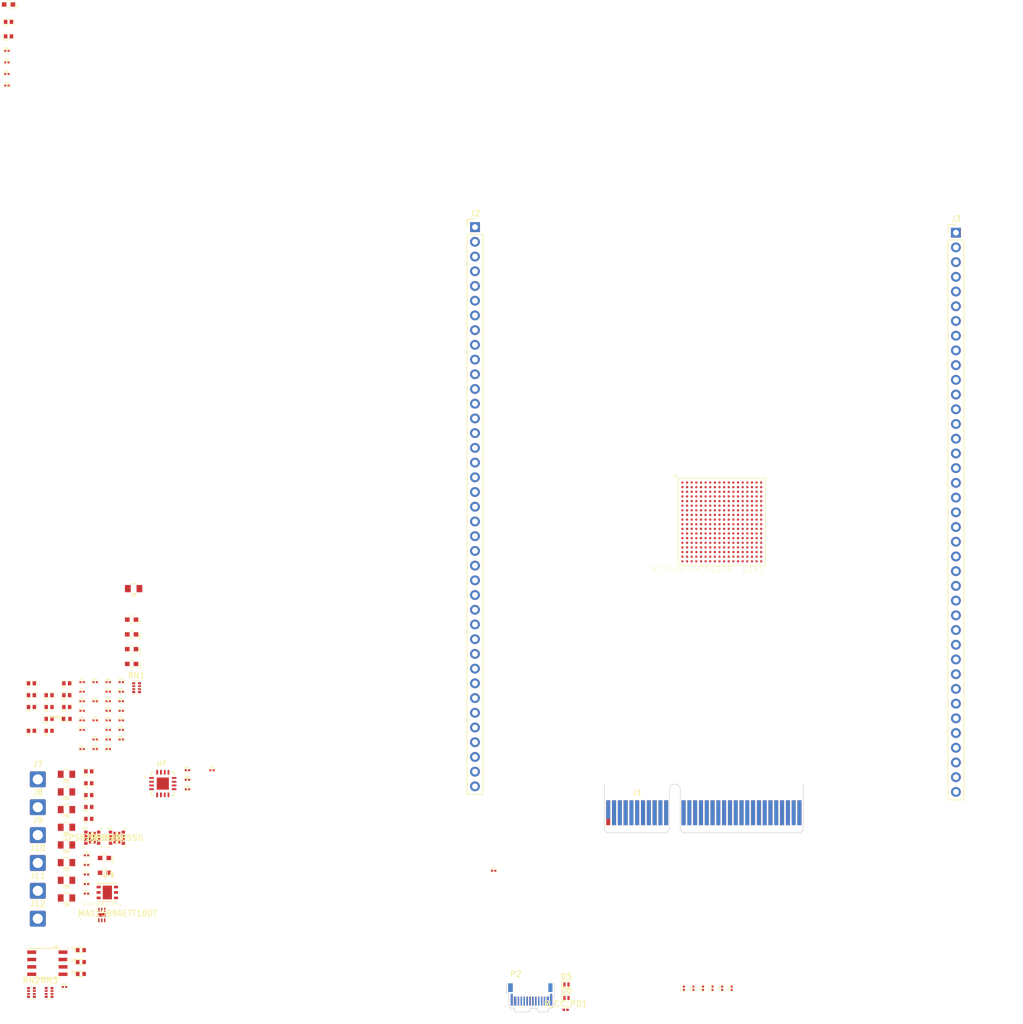
<source format=kicad_pcb>
(kicad_pcb (version 20241229) (generator "pcbnew") (generator_version "9.0")
  (layers (0 "F.Cu" signal) (4 "In1.Cu" signal) (6 "In2.Cu" signal) (2 "B.Cu" signal) (13 "F.Paste" user) (15 "B.Paste" user) (5 "F.SilkS" user "F.Silkscreen") (7 "B.SilkS" user "B.Silkscreen") (1 "F.Mask" user) (3 "B.Mask" user) (25 "Edge.Cuts" user))
  (net 0 "")
  (net 1 "P1V0_MGTAVCC_B")
  (net 2 "GND")
  (net 3 "P1V2_MGTAVTT_B")
  (net 4 "P1V0_VCC_FPGA_B")
  (net 5 "P1V8_FPGA_VCCAUX_B")
  (net 6 "VCC_BANK14_B")
  (net 7 "Net-(U3-VOUT)")
  (net 8 "MGT_REFCLK0_B+")
  (net 9 "Net-(J1-REFCLK+)")
  (net 10 "MGT_REFCLK0_B-")
  (net 11 "Net-(J1-REFCLK-)")
  (net 12 "MGT0_TX_B+")
  (net 13 "Net-(J1-PETp0)")
  (net 14 "MGT0_TX_B-")
  (net 15 "Net-(J1-PETn0)")
  (net 16 "Net-(J1-PETp1)")
  (net 17 "MGT1_TX_B+")
  (net 18 "MGT1_TX_B-")
  (net 19 "Net-(J1-PETn1)")
  (net 20 "Net-(D1-K)")
  (net 21 "BUSY_LED_PU")
  (net 22 "Net-(D2-K)")
  (net 23 "Net-(D2-A)")
  (net 24 "Net-(D3-A)")
  (net 25 "Net-(D3-K)")
  (net 26 "Net-(D4-A)")
  (net 27 "Net-(D4-K)")
  (net 28 "Net-(D5-K)")
  (net 29 "USB_2-")
  (net 30 "Net-(D6-K)")
  (net 31 "USB_2+")
  (net 48 "MGT0_RX_B-")
  (net 58 "MGT1_RX_B-")
  (net 63 "MGT1_RX_B+")
  (net 64 "MGT0_RX_B+")
  (net 66 "DIO_3_P")
  (net 67 "DIO_13_N")
  (net 68 "DIO_3_N")
  (net 69 "DIO_1_N")
  (net 70 "DIO_15_N")
  (net 71 "DIO_9_N")
  (net 72 "DIO_7_N")
  (net 73 "XADC_2_P")
  (net 74 "XADC_3_N")
  (net 75 "DIO_11_P")
  (net 76 "DIO_5_N")
  (net 77 "DIO_15_P")
  (net 78 "DIO_13_P")
  (net 79 "DIO_7_P")
  (net 80 "XADC_2_N")
  (net 81 "DIO_5_P")
  (net 82 "DIO_2_P")
  (net 83 "MRCC_Out_2")
  (net 84 "MRCC_Out_3")
  (net 85 "DIO_1_P")
  (net 86 "DIO_9_P")
  (net 87 "XADC_3_P")
  (net 88 "DIO_2_N")
  (net 89 "DIO_11_N")
  (net 90 "DIO_4_P")
  (net 91 "DIO_14_P")
  (net 92 "GPIO_0")
  (net 93 "GPIO_5")
  (net 94 "XADC_1_P")
  (net 95 "DIO_6_N")
  (net 96 "DIO_12_P")
  (net 97 "GPIO_2")
  (net 98 "DIO_14_N")
  (net 99 "XADC_1_N")
  (net 100 "DIO_8_P")
  (net 101 "DIO_16_P")
  (net 102 "DIO_8_N")
  (net 103 "DIO_10_N")
  (net 104 "GPIO_3")
  (net 105 "MRCC_Out_0")
  (net 106 "XADC_0_P")
  (net 107 "MRCC_Out_1")
  (net 108 "DIO_12_N")
  (net 109 "DIO_6_P")
  (net 110 "DIO_10_P")
  (net 111 "XADC_0_N")
  (net 112 "GPIO_4")
  (net 113 "DIO_16_N")
  (net 114 "GPIO_1")
  (net 115 "DIO_4_N")
  (net 118 "Net-(P2-CC)")
  (net 122 "Net-(U1E1E-MGTRREF_216)")
  (net 123 "Net-(U3-FB)")
  (net 124 "Net-(U6-FB)")
  (net 126 "Net-(RN1-R3.2)")
  (net 127 "Net-(RN1-R2.2)")
  (net 128 "Net-(RN3-R4.2)")
  (net 130 "Net-(RN3-R2.2)")
  (net 131 "Net-(RN3-R3.2)")
  (net 132 "JTAG_TDI_B")
  (net 133 "JTAG_TCK_B")
  (net 134 "FPGA_CCLK_0_B")
  (net 135 "JTAG_TMS_B")
  (net 136 "JTAG_TDO_B")
  (net 137 "Net-(U1B1B-IO_L1P_T0_D00_MOSI_14)")
  (net 138 "Net-(U1B1B-IO_L1N_T0_D01_DIN_14)")
  (footprint "SMT:c_0201_least" (layer "F.Cu") (at 33.95 165.35)
    (property "Reference" "C59")
    (property "Value" "0.1uf")
  )
  (footprint "fp_archive:C_0805" (layer "F.Cu") (at 30.5 169.65)
    (property "Reference" "C65")
    (property "Value" "100uf")
  )
  (footprint "tps82084:TPS82084SILR" (layer "F.Cu") (at 34.951199 162.301199)
    (property "Reference" "U3")
    (property "Value" "TPS82085SIL")
  )
  (footprint "fp_archive:C_0805" (layer "F.Cu") (at 30.5 166.6)
    (property "Reference" "C63")
    (property "Value" "100uf")
  )
  (footprint "Resistor_SMD:R_Array_Convex_4x0402" (layer "F.Cu") (at 24.45 189.01)
    (property "Reference" "RN2")
    (property "Value" "681")
  )
  (footprint "SMT:c_0402" (layer "F.Cu") (at 30.55 139.75)
    (property "Reference" "C36")
    (property "Value" "4.7uf" (hide yes))
  )
  (footprint "SMT:c_0402" (layer "F.Cu") (at 20.5 24)
    (property "Reference" "C11")
    (property "Value" "4.7uf" (hide yes))
  )
  (footprint "fp_archive:C_0603" (layer "F.Cu") (at 41.74 129.76)
    (property "Reference" "C29")
    (property "Value" "47uf")
  )
  (footprint "SMT:c_0201_least" (layer "F.Cu") (at 37.7 142.05)
    (property "Reference" "C40")
    (property "Value" "0.47uf")
  )
  (footprint "fp_archive:C_0805" (layer "F.Cu") (at 30.5 172.7)
    (property "Reference" "C66")
    (property "Value" "100uf")
  )
  (footprint "SMT:c_0201_least" (layer "F.Cu") (at 20.22 32.5)
    (property "Reference" "C23")
    (property "Value" "0.47uf")
  )
  (footprint "SMT:c_0201_least" (layer "F.Cu") (at 20.22 28.5)
    (property "Reference" "C19")
    (property "Value" "0.47uf")
  )
  (footprint "fp_archive:C_0805" (layer "F.Cu") (at 30.5 160.5)
    (property "Reference" "C57")
    (property "Value" "100uf")
  )
  (footprint "SMT:c_0402" (layer "F.Cu") (at 27.5 139.75)
    (property "Reference" "C31")
    (property "Value" "4.7uf" (hide yes))
  )
  (footprint "SMT:c_0201_least" (layer "F.Cu") (at 35.45 147)
    (property "Reference" "C25")
    (property "Value" "0.47uf")
  )
  (footprint "SMT:c_0201_least" (layer "F.Cu") (at 39.95 137.1)
    (property "Reference" "C45")
    (property "Value" "0.47uf")
  )
  (footprint "Diode_SMD:D_SOD-882" (layer "F.Cu") (at 116.7925 187.6175)
    (property "Reference" "D5")
    (property "Value" "PESD5V0S1UL")
  )
  (footprint "fp_archive:C_0603" (layer "F.Cu") (at 41.74 132.31)
    (property "Reference" "C30")
    (property "Value" "47uf")
  )
  (footprint "SMT:c_0201_least" (layer "F.Cu") (at 35.45 142.05)
    (property "Reference" "C22")
    (property "Value" "0.47uf")
  )
  (footprint "fp_archive:C_0805" (layer "F.Cu") (at 30.5 151.35)
    (property "Reference" "C53")
    (property "Value" "100uf")
  )
  (footprint "fp_archive:C_0805" (layer "F.Cu") (at 30.5 154.4)
    (property "Reference" "C54")
    (property "Value" "100uf")
  )
  (footprint "Connector_PinHeader_2.54mm:PinHeader_1x39_P2.54mm_Vertical" (layer "F.Cu") (at 101 56.92)
    (property "Reference" "J2")
    (property "Value" "2.54mm Through-Hole Socket")
  )
  (footprint "SMT:c_0201_least" (layer "F.Cu") (at 37.7 145.35)
    (property "Reference" "C42")
    (property "Value" "0.47uf")
  )
  (footprint "SMT:c_0201_least" (layer "F.Cu") (at 39.95 140.4)
    (property "Reference" "C47")
    (property "Value" "0.47uf")
  )
  (footprint "SMT:c_0201_least" (layer "F.Cu") (at 35.45 145.35)
    (property "Reference" "C24")
    (property "Value" "0.47uf")
  )
  (footprint "Diode_SMD:D_SOD-882" (layer "F.Cu") (at 116.7925 189.9575)
    (property "Reference" "D6")
    (property "Value" "PESD5V0S1UL")
  )
  (footprint "SMT:c_0402" (layer "F.Cu") (at 24.45 139.75)
    (property "Reference" "C5")
    (property "Value" "4.7uf" (hide yes))
  )
  (footprint "SMT:c_0402" (layer "F.Cu") (at 34.35 157)
    (property "Reference" "C61")
    (property "Value" "10uf" (hide yes))
  )
  (footprint "SMT:c_0201_least" (layer "F.Cu") (at 39.95 138.75)
    (property "Reference" "C46")
    (property "Value" "0.47uf")
  )
  (footprint "SMT:c_0201_least" (layer "F.Cu") (at 33.2 142.05)
    (property "Reference" "C13")
    (property "Value" "0.1uf")
  )
  (footprint "Connector_Wire:SolderWire-1sqmm_1x01_D1.4mm_OD2.7mm" (layer "F.Cu") (at 25.55 171.47)
    (property "Reference" "J11")
    (property "Value" "1P0")
  )
  (footprint "Connector_Wire:SolderWire-1sqmm_1x01_D1.4mm_OD2.7mm" (layer "F.Cu") (at 25.55 161.85)
    (property "Reference" "J9")
    (property "Value" "1P0")
  )
  (footprint "SMT:c_0201_least" (layer "F.Cu") (at 39.95 142.05)
    (property "Reference" "C48")
    (property "Value" "0.47uf")
  )
  (footprint "SMT:c_0402" (layer "F.Cu") (at 34.35 152.9)
    (property "Reference" "C58")
    (property "Value" "10uf" (hide yes))
  )
  (footprint "SMT:c_0402" (layer "F.Cu") (at 30.55 137.7)
    (property "Reference" "C35")
    (property "Value" "4.7uf" (hide yes))
  )
  (footprint "SMT:c_0201_least" (layer "F.Cu") (at 138.7 188.28 90)
    (property "Reference" "C75")
    (property "Value" "0.1uf")
  )
  (footprint "SMT:c_0402" (layer "F.Cu") (at 30.55 135.65)
    (property "Reference" "C34")
    (property "Value" "4.7uf" (hide yes))
  )
  (footprint "SMT:c_0402" (layer "F.Cu") (at 34.35 150.85)
    (property "Reference" "C52")
    (property "Value" "10uf" (hide yes))
  )
  (footprint "fp_archive:LED_0402" (layer "F.Cu") (at 33 181.71)
    (property "Reference" "D2")
    (property "Value" "A")
  )
  (footprint "SMT:c_0201_least" (layer "F.Cu") (at 33.2 147)
    (property "Reference" "C17")
    (property "Value" "0.47uf")
  )
  (footprint "SMT:r_0201_least" (layer "F.Cu") (at 33.95 167)
    (property "Reference" "R2")
    (property "Value" "124k")
  )
  (footprint "SMT:c_0402" (layer "F.Cu") (at 27.5 143.85)
    (property "Reference" "C33")
    (property "Value" "4.7uf" (hide yes))
  )
  (footprint "SMT:c_0201_least" (layer "F.Cu") (at 37.7 138.75)
    (property "Reference" "C38")
    (property "Value" "0.47uf")
  )
  (footprint "SMT:c_0201_least" (layer "F.Cu") (at 51.38 152.3)
    (property "Reference" "C68")
    (property "Value" "0.1uf")
  )
  (footprint "SMT:c_0201_least" (layer "F.Cu") (at 39.95 143.7)
    (property "Reference" "C49")
    (property "Value" "0.47uf")
  )
  (footprint "SMT:c_0402" (layer "F.Cu") (at 24.45 137.7)
    (property "Reference" "C2")
    (property "Value" "4.7uf" (hide yes))
  )
  (footprint "Connector_Wire:SolderWire-1sqmm_1x01_D1.4mm_OD2.7mm" (layer "F.Cu") (at 25.55 157.04)
    (property "Reference" "J8")
    (property "Value" "1P8")
  )
  (footprint "fp_archive:C_0603" (layer "F.Cu") (at 41.74 127.21)
    (property "Reference" "C28")
    (property "Value" "47uf")
  )
  (footprint "SMT:c_0201_least" (layer "F.Cu") (at 30.15 188.06)
    (property "Reference" "C51")
    (property "Value" "0.1uf")
  )
  (footprint "SMT:r_0201_least" (layer "F.Cu") (at 33.95 171.95)
    (property "Reference" "R5")
    (property "Value" "100k")
  )
  (footprint "SMT:c_0201_least" (layer "F.Cu") (at 33.2 140.4)
    (property "Reference" "C12")
    (property "Value" "0.47uf")
  )
  (footprint "SMT:c_0402" (layer "F.Cu") (at 24.45 135.65)
    (property "Reference" "C1")
    (property "Value" "4.7uf" (hide yes))
  )
  (footprint "fp_archive:C_0805" (layer "F.Cu") (at 30.5 163.55)
    (property "Reference" "C62")
    (property "Value" "100uf")
  )
  (footprint "SMT:r_0201_least" (layer "F.Cu") (at 33.95 168.65)
    (property "Reference" "R3")
    (property "Value" "100k")
  )
  (footprint "SMT:c_0402" (layer "F.Cu") (at 27.5 141.8)
    (property "Reference" "C32")
    (property "Value" "4.7uf" (hide yes))
  )
  (footprint "SMT:c_0201_least" (layer "F.Cu") (at 33.2 135.45)
    (property "Reference" "C7")
    (property "Value" "0.47uf")
  )
  (footprint "SMT:c_0201_least" (layer "F.Cu") (at 35.45 138.75)
    (property "Reference" "C20")
    (property "Value" "0.47uf")
  )
  (footprint "SMT:c_0201_least" (layer "F.Cu") (at 39.95 145.35)
    (property "Reference" "C50")
    (property "Value" "0.47uf")
  )
  (footprint "Connector_USB:USB_C_Plug_JAE_DX07P024AJ1" (layer "F.Cu") (at 110.75 189.3525)
    (property "Reference" "P2")
    (property "Value" "USB_C_Plug_USB2.0")
    (fp_line (start -4.3 -1.93) (end -4.3 -0.2275) (stroke (width 0.1)) (layer "Edge.Cuts"))
    (fp_line (start -4.3 -0.2275) (end -3.9 -0.2275) (stroke (width 0.1)) (layer "Edge.Cuts"))
    (fp_line (start -3.9 1.9225) (end -3.9 -0.2275) (stroke (width 0.1)) (layer "Edge.Cuts"))
    (fp_line (start -3.53 2.3725) (end -3.9 1.9225) (stroke (width 0.1)) (layer "Edge.Cuts"))
    (fp_line (start -3.125 2.3725) (end -3.53 2.3725) (stroke (width 0.1)) (layer "Edge.Cuts"))
    (fp_line (start -2.925 2.8225) (end -2.925 2.5725) (stroke (width 0.1)) (layer "Edge.Cuts"))
    (fp_line (start -0.5 3.0225) (end -2.725 3.0225) (stroke (width 0.1)) (layer "Edge.Cuts"))
    (fp_line (start -0.3 2.6225) (end -0.3 2.8225) (stroke (width 0.1)) (layer "Edge.Cuts"))
    (fp_line (start -0.1 2.4225) (end 0.9 2.4225) (stroke (width 0.1)) (layer "Edge.Cuts"))
    (fp_line (start 1.1 2.8225) (end 1.1 2.6225) (stroke (width 0.1)) (layer "Edge.Cuts"))
    (fp_line (start 1.3 3.0225) (end 2.725 3.0225) (stroke (width 0.1)) (layer "Edge.Cuts"))
    (fp_line (start 2.925 2.8225) (end 2.925 2.5725) (stroke (width 0.1)) (layer "Edge.Cuts"))
    (fp_line (start 3.125 2.3725) (end 3.575 2.3725) (stroke (width 0.1)) (layer "Edge.Cuts"))
    (fp_line (start 3.575 2.3725) (end 3.9 1.9225) (stroke (width 0.1)) (layer "Edge.Cuts"))
    (fp_line (start 3.9 1.9225) (end 3.9 -1.9175) (stroke (width 0.1)) (layer "Edge.Cuts"))
    (fp_arc (start -3.125 2.3725) (mid -2.983579 2.431079) (end -2.925 2.5725) (stroke (width 0.1)) (layer "Edge.Cuts"))
    (fp_arc (start -2.725 3.0225) (mid -2.866421 2.963921) (end -2.925 2.8225) (stroke (width 0.1)) (layer "Edge.Cuts"))
    (fp_arc (start -0.3 2.6225) (mid -0.241421 2.481079) (end -0.1 2.4225) (stroke (width 0.1)) (layer "Edge.Cuts"))
    (fp_arc (start -0.3 2.8225) (mid -0.358579 2.963921) (end -0.5 3.0225) (stroke (width 0.1)) (layer "Edge.Cuts"))
    (fp_arc (start 0.9 2.4225) (mid 1.041421 2.481079) (end 1.1 2.6225) (stroke (width 0.1)) (layer "Edge.Cuts"))
    (fp_arc (start 1.3 3.0225) (mid 1.158579 2.963921) (end 1.1 2.8225) (stroke (width 0.1)) (layer "Edge.Cuts"))
    (fp_arc (start 2.925 2.5725) (mid 2.983579 2.431079) (end 3.125 2.3725) (stroke (width 0.1)) (layer "Edge.Cuts"))
    (fp_arc (start 2.925 2.8225) (mid 2.866421 2.963921) (end 2.725 3.0225) (stroke (width 0.1)) (layer "Edge.Cuts"))
  )
  (footprint "fp_archive:C_0805" (layer "F.Cu") (at 42.09 119.31)
    (property "Reference" "C3")
    (property "Value" "100uf")
  )
  (footprint "SMT:c_0402" (layer "F.Cu") (at 24.45 143.85)
    (property "Reference" "C8")
    (property "Value" "4.7uf" (hide yes))
  )
  (footprint "Connector_PinHeader_2.54mm:PinHeader_1x39_P2.54mm_Vertical" (layer "F.Cu") (at 184 57.88)
    (property "Reference" "J3")
    (property "Value" "2.54mm Through-Hole Socket")
  )
  (footprint "fp_archive:C_0603" (layer "F.Cu") (at 41.74 124.66)
    (property "Reference" "C27")
    (property "Value" "47uf")
  )
  (footprint "fp_archive:LED_0402" (layer "F.Cu") (at 33 185.81)
    (property "Reference" "D4")
    (property "Value" "C")
  )
  (footprint "SMT:c_0201_least" (layer "F.Cu") (at 142 188.28 90)
    (property "Reference" "C77")
    (property "Value" "0.1uf")
  )
  (footprint "tps82084:TPS82084SILR" (layer "F.Cu") (at 39.203597 162.301199)
    (property "Reference" "U6")
    (property "Value" "TPS82085SIL")
  )
  (footprint "SMT:c_0402" (layer "F.Cu") (at 20.5 21.5)
    (property "Reference" "C6")
    (property "Value" "4.7uf" (hide yes))
  )
  (footprint "SMT:c_0201_least" (layer "F.Cu") (at 51.38 153.95)
    (property "Reference" "C69")
    (property "Value" "0.1uf")
  )
  (footprint "Resistor_SMD:R_Array_Convex_4x0402" (layer "F.Cu") (at 42.6 136.4)
    (property "Reference" "RN1")
    (property "Value" "4.7K")
  )
  (footprint "Connector_PCBEdge:BUS_PCIexpress_x4" (layer "F.Cu") (at 124 158)
    (property "Reference" "J1")
    (property "Value" "Bus_PCI_Express_x4")
    (fp_line (start -0.65 -4.95) (end -0.65 2.95) (stroke (width 0.1)) (layer "Edge.Cuts"))
    (fp_line (start -0.65 2.95) (end -0.15 3.45) (stroke (width 0.1)) (layer "Edge.Cuts"))
    (fp_line (start -0.15 3.45) (end 10.05 3.45) (stroke (width 0.1)) (layer "Edge.Cuts"))
    (fp_line (start 10.55 -4) (end 10.55 2.95) (stroke (width 0.1)) (layer "Edge.Cuts"))
    (fp_line (start 10.55 2.95) (end 10.05 3.45) (stroke (width 0.1)) (layer "Edge.Cuts"))
    (fp_line (start 12.45 -4) (end 12.45 2.95) (stroke (width 0.1)) (layer "Edge.Cuts"))
    (fp_line (start 12.45 2.95) (end 12.95 3.45) (stroke (width 0.1)) (layer "Edge.Cuts"))
    (fp_line (start 12.95 3.45) (end 33.15 3.45) (stroke (width 0.1)) (layer "Edge.Cuts"))
    (fp_line (start 33.65 -4.95) (end 33.65 2.95) (stroke (width 0.1)) (layer "Edge.Cuts"))
    (fp_line (start 33.65 2.95) (end 33.15 3.45) (stroke (width 0.1)) (layer "Edge.Cuts"))
    (fp_arc (start 10.55 -4) (mid 11.5 -4.95) (end 12.45 -4) (stroke (width 0.1)) (layer "Edge.Cuts"))
  )
  (footprint "MAX1589A:MAX1589AETT100T" (layer "F.Cu") (at 37.5512 171.7512)
    (property "Reference" "U4")
    (property "Value" "MAX1589AETT100T")
  )
  (footprint "SMT:c_0201_least" (layer "F.Cu") (at 33.2 138.75)
    (property "Reference" "C10")
    (property "Value" "0.1uf")
  )
  (footprint "SMT:c_0201_least" (layer "F.Cu") (at 37.7 147)
    (property "Reference" "C43")
    (property "Value" "0.47uf")
  )
  (footprint "Resistor_SMD:R_Array_Convex_4x0402" (layer "F.Cu") (at 27.5 189.01)
    (property "Reference" "RN3")
    (property "Value" "4.7K")
  )
  (footprint "Connector_Wire:SolderWire-1sqmm_1x01_D1.4mm_OD2.7mm" (layer "F.Cu") (at 25.55 176.28)
    (property "Reference" "J12")
    (property "Value" "GND")
  )
  (footprint "SMT:c_0201_least" (layer "F.Cu") (at 35.45 135.45)
    (property "Reference" "C18")
    (property "Value" "0.47uf")
  )
  (footprint "fp_archive:C_0603" (layer "F.Cu") (at 20.5 18.5)
    (property "Reference" "C4")
    (property "Value" "47uf")
  )
  (footprint "SMT:r_0201_least" (layer "F.Cu") (at 33.95 170.3)
    (property "Reference" "R4")
    (property "Value" "24.9k")
  )
  (footprint "SMT:r_0201_least" (layer "F.Cu") (at 55.63 150.65)
    (property "Reference" "R1")
    (property "Value" "100")
  )
  (footprint "SMT:c_0402" (layer "F.Cu") (at 27.5 137.7)
    (property "Reference" "C15")
    (property "Value" "4.7uf" (hide yes))
  )
  (footprint "SMT:c_0201_least" (layer "F.Cu") (at 39.95 135.45)
    (property "Reference" "C44")
    (property "Value" "0.47uf")
  )
  (footprint "fp_archive:C_0603" (layer "F.Cu") (at 37.05 168.35)
    (property "Reference" "C64")
    (property "Value" "22uf")
  )
  (footprint "SMT:c_0201_least" (layer "F.Cu") (at 51.38 150.65)
    (property "Reference" "C67")
    (property "Value" "0.1uf")
  )
  (footprint "SMT:c_0402" (layer "F.Cu") (at 34.35 154.95)
    (property "Reference" "C60")
    (property "Value" "10uf" (hide yes))
  )
  (footprint "fp_archive:LED_0402" (layer "F.Cu") (at 30.55 141.8)
    (property "Reference" "D1")
    (property "Value" "BUSY")
  )
  (footprint "SMT:c_0201_least" (layer "F.Cu") (at 37.7 143.7)
    (property "Reference" "C41")
    (property "Value" "0.47uf")
  )
  (footprint "SMT:c_0201_least" (layer "F.Cu") (at 20.22 26.5)
    (property "Reference" "C16")
    (property "Value" "0.47uf")
  )
  (footprint "SMT:c_0201_least" (layer "F.Cu") (at 137.05 188.28 90)
    (property "Reference" "C74")
    (property "Value" "0.1uf")
  )
  (footprint "SMT:c_0201_least" (layer "F.Cu") (at 104.22 168)
    (property "Reference" "C70")
    (property "Value" "0.47uf")
  )
  (footprint "fp_archive:QFN65P400X400X80-17N" (layer "F.Cu") (at 47.125 152.96)
    (property "Reference" "U7")
    (property "Value" "FT230XQ")
  )
  (footprint "SMT:c_0201_least" (layer "F.Cu") (at 33.2 137.1)
    (property "Reference" "C9")
    (property "Value" "0.1uf")
  )
  (footprint "fp_archive:SOIC-8_3.9x4.9mm_Pitch1.27mm" (layer "F.Cu") (at 27.2 183.96)
    (property "Reference" "U2")
    (property "Value" "S25Q")
  )
  (footprint "SMT:c_0201_least" (layer "F.Cu") (at 33.2 143.7)
    (property "Reference" "C14")
    (property "Value" "0.1uf")
  )
  (footprint "fp_archive:C_0603" (layer "F.Cu") (at 37.05 165.8)
    (property "Reference" "C56")
    (property "Value" "22uf")
  )
  (footprint "fp_archive:LED_0402" (layer "F.Cu") (at 33 183.76)
    (property "Reference" "D3")
    (property "Value" "B")
  )
  (footprint "Resistor_SMD:R_0201_0603Metric" (layer "F.Cu") (at 116.6475 192.0025)
    (property "Reference" "R_CC_PD1")
    (property "Value" "5.1k")
  )
  (footprint "SMT:c_0201_least" (layer "F.Cu") (at 145.3 188.28 90)
    (property "Reference" "C79")
    (property "Value" "0.1uf")
  )
  (footprint "SMT:c_0201_least" (layer "F.Cu") (at 140.35 188.28 90)
    (property "Reference" "C76")
    (property "Value" "0.1uf")
  )
  (footprint "fp_archive:C_0805" (layer "F.Cu") (at 30.5 157.45)
    (property "Reference" "C55")
    (property "Value" "100uf")
  )
  (footprint "SMT:c_0201_least" (layer "F.Cu") (at 20.22 30.5)
    (property "Reference" "C21")
    (property "Value" "0.47uf")
  )
  (footprint "XC7A50T-CSG325:CSG-324" (layer "F.Cu") (at 143.6 107.8)
    (property "Reference" "U1A1")
    (property "Value" "XC7AxxT-xCSG325")
  )
  (footprint "SMT:c_0201_least" (layer "F.Cu") (at 37.7 135.45)
    (property "Reference" "C26")
    (property "Value" "0.47uf")
  )
  (footprint "MIC47050:MIC47050-DFN-6-2MM" (layer "F.Cu") (at 36.59 175.64)
    (property "Reference" "U5")
    (property "Value" "MIC47050-1.2YML")
  )
  (footprint "SMT:c_0201_least" (layer "F.Cu") (at 37.7 137.1)
    (property "Reference" "C37")
    (property "Value" "0.47uf")
  )
  (footprint "SMT:c_0201_least" (layer "F.Cu") (at 37.7 140.4)
    (property "Reference" "C39")
    (property "Value" "0.47uf")
  )
  (footprint "SMT:c_0201_least" (layer "F.Cu") (at 143.65 188.28 90)
    (property "Reference" "C78")
    (property "Value" "0.1uf")
  )
  (footprint "SMT:r_0402" (layer "F.Cu") (at 34.35 159.05)
    (property "Reference" "L1")
    (property "Value" "330" (hide yes))
  )
  (footprint "Connector_Wire:SolderWire-1sqmm_1x01_D1.4mm_OD2.7mm" (layer "F.Cu") (at 25.55 166.66)
    (property "Reference" "J10")
    (property "Value" "1P2")
  )
  (footprint "Connector_Wire:SolderWire-1sqmm_1x01_D1.4mm_OD2.7mm" (layer "F.Cu") (at 25.55 152.23)
    (property "Reference" "J7")
    (property "Value" "3P3")
  )
)
</source>
